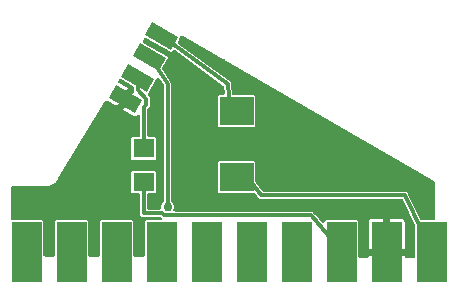
<source format=gtl>
G04 EAGLE Gerber RS-274X export*
G75*
%MOMM*%
%FSLAX34Y34*%
%LPD*%
%INTop Copper*%
%IPPOS*%
%AMOC8*
5,1,8,0,0,1.08239X$1,22.5*%
G01*
%ADD10R,2.540000X5.080000*%
%ADD11R,1.270000X2.540000*%
%ADD12R,1.803000X1.600000*%
%ADD13R,2.900000X2.400000*%
%ADD14C,0.299719*%
%ADD15C,0.756400*%

G36*
X352610Y10031D02*
X352610Y10031D01*
X352649Y10028D01*
X352781Y10050D01*
X352914Y10065D01*
X352951Y10078D01*
X352990Y10084D01*
X353113Y10136D01*
X353239Y10181D01*
X353273Y10202D01*
X353309Y10217D01*
X353417Y10295D01*
X353530Y10368D01*
X353557Y10397D01*
X353589Y10420D01*
X353676Y10521D01*
X353769Y10617D01*
X353790Y10651D01*
X353815Y10681D01*
X353877Y10799D01*
X353945Y10914D01*
X353957Y10952D01*
X353976Y10987D01*
X354009Y11116D01*
X354049Y11244D01*
X354052Y11284D01*
X354062Y11322D01*
X354075Y11524D01*
X354075Y37871D01*
X354069Y37927D01*
X354071Y37984D01*
X354049Y38098D01*
X354035Y38214D01*
X354016Y38267D01*
X354005Y38323D01*
X353931Y38512D01*
X343933Y59620D01*
X343905Y59663D01*
X343886Y59710D01*
X343814Y59809D01*
X343750Y59913D01*
X343713Y59949D01*
X343683Y59991D01*
X343591Y60070D01*
X343504Y60157D01*
X343461Y60183D01*
X343422Y60217D01*
X343314Y60273D01*
X343210Y60337D01*
X343161Y60353D01*
X343116Y60377D01*
X342998Y60407D01*
X342882Y60446D01*
X342831Y60450D01*
X342781Y60463D01*
X342579Y60477D01*
X225027Y60477D01*
X224993Y60473D01*
X224959Y60475D01*
X224822Y60453D01*
X224684Y60437D01*
X224652Y60425D01*
X224618Y60420D01*
X224489Y60367D01*
X224372Y60324D01*
X223410Y60462D01*
X223406Y60462D01*
X223401Y60463D01*
X223199Y60477D01*
X222220Y60477D01*
X222177Y60511D01*
X222146Y60526D01*
X222118Y60546D01*
X221990Y60599D01*
X221877Y60652D01*
X221294Y61429D01*
X221291Y61432D01*
X221288Y61437D01*
X221155Y61589D01*
X220463Y62281D01*
X220457Y62336D01*
X220445Y62368D01*
X220440Y62402D01*
X220387Y62530D01*
X220339Y62661D01*
X220321Y62690D01*
X220308Y62722D01*
X220197Y62892D01*
X218619Y64996D01*
X218568Y65050D01*
X218525Y65109D01*
X218450Y65174D01*
X218381Y65247D01*
X218319Y65287D01*
X218264Y65335D01*
X218175Y65382D01*
X218092Y65436D01*
X218023Y65461D01*
X217958Y65496D01*
X217861Y65520D01*
X217767Y65555D01*
X217694Y65563D01*
X217623Y65582D01*
X217429Y65595D01*
X217424Y65595D01*
X217423Y65595D01*
X217420Y65595D01*
X188068Y65595D01*
X187175Y66488D01*
X187175Y91752D01*
X188068Y92645D01*
X218332Y92645D01*
X219225Y91752D01*
X219225Y74765D01*
X219229Y74731D01*
X219226Y74697D01*
X219249Y74560D01*
X219265Y74422D01*
X219276Y74390D01*
X219282Y74356D01*
X219335Y74228D01*
X219382Y74097D01*
X219401Y74068D01*
X219414Y74037D01*
X219524Y73866D01*
X224582Y67122D01*
X224633Y67069D01*
X224676Y67009D01*
X224751Y66944D01*
X224820Y66872D01*
X224882Y66831D01*
X224937Y66783D01*
X225026Y66737D01*
X225109Y66682D01*
X225178Y66657D01*
X225243Y66623D01*
X225340Y66598D01*
X225434Y66564D01*
X225507Y66555D01*
X225578Y66537D01*
X225772Y66524D01*
X225777Y66523D01*
X225778Y66523D01*
X225781Y66523D01*
X344423Y66523D01*
X344480Y66530D01*
X344536Y66528D01*
X344651Y66550D01*
X344767Y66563D01*
X344820Y66583D01*
X344876Y66593D01*
X345065Y66668D01*
X345278Y66768D01*
X345719Y66611D01*
X345871Y66576D01*
X346021Y66537D01*
X346044Y66536D01*
X346056Y66533D01*
X346084Y66533D01*
X346223Y66523D01*
X346692Y66523D01*
X346859Y66357D01*
X346903Y66322D01*
X346942Y66280D01*
X347039Y66214D01*
X347130Y66142D01*
X347181Y66118D01*
X347228Y66086D01*
X347414Y66005D01*
X347636Y65926D01*
X347837Y65502D01*
X347919Y65371D01*
X347998Y65237D01*
X348013Y65219D01*
X348020Y65209D01*
X348040Y65189D01*
X348132Y65084D01*
X348463Y64752D01*
X348463Y64517D01*
X348470Y64460D01*
X348468Y64404D01*
X348490Y64289D01*
X348503Y64173D01*
X348523Y64120D01*
X348533Y64064D01*
X348608Y63875D01*
X358486Y43021D01*
X358513Y42978D01*
X358532Y42931D01*
X358604Y42832D01*
X358669Y42728D01*
X358705Y42692D01*
X358735Y42651D01*
X358827Y42571D01*
X358914Y42485D01*
X358958Y42458D01*
X358996Y42425D01*
X359104Y42368D01*
X359209Y42304D01*
X359257Y42288D01*
X359302Y42264D01*
X359421Y42234D01*
X359537Y42196D01*
X359588Y42191D01*
X359637Y42178D01*
X359839Y42165D01*
X369721Y42165D01*
X369765Y42170D01*
X369809Y42167D01*
X369936Y42190D01*
X370065Y42205D01*
X370106Y42220D01*
X370149Y42227D01*
X370268Y42278D01*
X370390Y42322D01*
X370426Y42346D01*
X370467Y42363D01*
X370571Y42440D01*
X370679Y42511D01*
X370709Y42543D01*
X370745Y42569D01*
X370828Y42667D01*
X370918Y42761D01*
X370940Y42799D01*
X370968Y42832D01*
X371027Y42947D01*
X371092Y43059D01*
X371105Y43101D01*
X371125Y43140D01*
X371156Y43266D01*
X371194Y43389D01*
X371197Y43433D01*
X371208Y43476D01*
X371219Y43678D01*
X370894Y74257D01*
X370875Y74410D01*
X370859Y74563D01*
X370853Y74581D01*
X370851Y74599D01*
X370797Y74744D01*
X370746Y74890D01*
X370736Y74906D01*
X370730Y74923D01*
X370645Y75051D01*
X370562Y75182D01*
X370548Y75195D01*
X370538Y75211D01*
X370425Y75316D01*
X370315Y75424D01*
X370295Y75437D01*
X370285Y75446D01*
X370261Y75461D01*
X370147Y75537D01*
X157792Y198421D01*
X157695Y198463D01*
X157603Y198513D01*
X157537Y198531D01*
X157475Y198558D01*
X157371Y198577D01*
X157269Y198605D01*
X157202Y198607D01*
X157134Y198620D01*
X157029Y198614D01*
X156924Y198618D01*
X156857Y198605D01*
X156789Y198601D01*
X156688Y198571D01*
X156585Y198551D01*
X156523Y198523D01*
X156458Y198504D01*
X156366Y198452D01*
X156270Y198409D01*
X156216Y198367D01*
X156157Y198333D01*
X156080Y198262D01*
X155996Y198198D01*
X155953Y198145D01*
X155904Y198099D01*
X155845Y198011D01*
X155778Y197930D01*
X155749Y197868D01*
X155711Y197812D01*
X155673Y197714D01*
X155627Y197619D01*
X155613Y197552D01*
X155589Y197489D01*
X155575Y197384D01*
X155552Y197282D01*
X155553Y197213D01*
X155544Y197146D01*
X155547Y197118D01*
X153462Y193507D01*
X153430Y193433D01*
X153391Y193367D01*
X153377Y193322D01*
X153352Y193271D01*
X153342Y193230D01*
X153325Y193190D01*
X153309Y193099D01*
X153289Y193036D01*
X153287Y192998D01*
X153272Y192935D01*
X153272Y192892D01*
X153264Y192850D01*
X153270Y192747D01*
X153266Y192692D01*
X153271Y192661D01*
X153271Y192590D01*
X153281Y192548D01*
X153283Y192505D01*
X153315Y192397D01*
X153322Y192351D01*
X153332Y192328D01*
X153349Y192253D01*
X153368Y192214D01*
X153380Y192173D01*
X153440Y192069D01*
X153455Y192032D01*
X153467Y192016D01*
X153502Y191943D01*
X153530Y191910D01*
X153551Y191873D01*
X153637Y191781D01*
X153658Y191752D01*
X153669Y191741D01*
X153723Y191677D01*
X153768Y191639D01*
X153786Y191619D01*
X153813Y191602D01*
X153878Y191547D01*
X195989Y160921D01*
X196067Y160877D01*
X196139Y160825D01*
X196217Y160793D01*
X196290Y160751D01*
X196376Y160726D01*
X196451Y160695D01*
X197403Y159897D01*
X197428Y159880D01*
X197484Y159833D01*
X198471Y159116D01*
X198578Y157900D01*
X198584Y157870D01*
X198591Y157798D01*
X198786Y156563D01*
X198778Y156519D01*
X198755Y156438D01*
X198750Y156349D01*
X198736Y156261D01*
X198739Y156120D01*
X198737Y156093D01*
X198740Y156081D01*
X198740Y156059D01*
X199316Y149511D01*
X199345Y149371D01*
X199368Y149230D01*
X199380Y149202D01*
X199386Y149173D01*
X199446Y149043D01*
X199501Y148911D01*
X199519Y148887D01*
X199531Y148859D01*
X199620Y148747D01*
X199703Y148631D01*
X199726Y148611D01*
X199745Y148588D01*
X199856Y148498D01*
X199965Y148405D01*
X199991Y148391D01*
X200015Y148372D01*
X200144Y148311D01*
X200271Y148244D01*
X200300Y148237D01*
X200327Y148224D01*
X200467Y148194D01*
X200606Y148158D01*
X200645Y148156D01*
X200665Y148152D01*
X200698Y148152D01*
X200808Y148145D01*
X218332Y148145D01*
X219225Y147252D01*
X219225Y121988D01*
X218332Y121095D01*
X188068Y121095D01*
X187175Y121988D01*
X187175Y147252D01*
X188068Y148145D01*
X191731Y148145D01*
X191832Y148156D01*
X191933Y148158D01*
X192003Y148176D01*
X192074Y148185D01*
X192169Y148219D01*
X192268Y148244D01*
X192332Y148278D01*
X192399Y148302D01*
X192484Y148358D01*
X192574Y148405D01*
X192628Y148452D01*
X192688Y148491D01*
X192759Y148565D01*
X192835Y148631D01*
X192877Y148689D01*
X192927Y148741D01*
X192978Y148829D01*
X193038Y148911D01*
X193065Y148977D01*
X193102Y149039D01*
X193132Y149136D01*
X193171Y149230D01*
X193182Y149301D01*
X193203Y149369D01*
X193210Y149471D01*
X193227Y149571D01*
X193225Y149682D01*
X193227Y149714D01*
X193224Y149734D01*
X193223Y149774D01*
X192749Y155165D01*
X192745Y155184D01*
X192745Y155202D01*
X192710Y155352D01*
X192679Y155504D01*
X192671Y155521D01*
X192667Y155539D01*
X192598Y155677D01*
X192533Y155817D01*
X192522Y155832D01*
X192513Y155849D01*
X192415Y155967D01*
X192320Y156089D01*
X192305Y156101D01*
X192293Y156115D01*
X192138Y156245D01*
X151094Y186095D01*
X150994Y186152D01*
X150899Y186215D01*
X150844Y186236D01*
X150793Y186265D01*
X150682Y186297D01*
X150576Y186337D01*
X150517Y186345D01*
X150461Y186361D01*
X150346Y186367D01*
X150233Y186382D01*
X150174Y186376D01*
X150116Y186379D01*
X150003Y186358D01*
X149889Y186346D01*
X149834Y186327D01*
X149776Y186316D01*
X149671Y186271D01*
X149562Y186233D01*
X149513Y186202D01*
X149459Y186178D01*
X149367Y186109D01*
X149271Y186048D01*
X149229Y186006D01*
X149183Y185971D01*
X149109Y185883D01*
X149029Y185801D01*
X148981Y185730D01*
X148961Y185706D01*
X148949Y185682D01*
X148916Y185633D01*
X148528Y184961D01*
X147308Y184635D01*
X126744Y196507D01*
X126731Y196513D01*
X126718Y196522D01*
X126572Y196581D01*
X126427Y196644D01*
X126412Y196647D01*
X126398Y196652D01*
X126242Y196677D01*
X126087Y196705D01*
X126072Y196704D01*
X126057Y196706D01*
X125899Y196695D01*
X125742Y196686D01*
X125727Y196682D01*
X125712Y196681D01*
X125561Y196633D01*
X125410Y196589D01*
X125397Y196581D01*
X125383Y196577D01*
X125247Y196496D01*
X125110Y196418D01*
X125099Y196407D01*
X125086Y196400D01*
X124973Y196290D01*
X124857Y196183D01*
X124848Y196170D01*
X124837Y196160D01*
X124720Y195994D01*
X123812Y194518D01*
X123788Y194466D01*
X123756Y194419D01*
X123715Y194310D01*
X123666Y194204D01*
X123654Y194149D01*
X123634Y194096D01*
X123619Y193980D01*
X123596Y193866D01*
X123597Y193809D01*
X123590Y193753D01*
X123602Y193637D01*
X123605Y193521D01*
X123619Y193466D01*
X123625Y193409D01*
X123663Y193299D01*
X123693Y193186D01*
X123720Y193136D01*
X123738Y193083D01*
X123801Y192984D01*
X123856Y192881D01*
X123893Y192839D01*
X123923Y192791D01*
X124007Y192709D01*
X124084Y192622D01*
X124130Y192589D01*
X124170Y192549D01*
X124339Y192436D01*
X145023Y180494D01*
X145350Y179274D01*
X140494Y170863D01*
X140479Y170828D01*
X140457Y170796D01*
X140410Y170670D01*
X140357Y170546D01*
X140350Y170508D01*
X140336Y170472D01*
X140320Y170338D01*
X140296Y170206D01*
X140298Y170167D01*
X140293Y170129D01*
X140307Y169995D01*
X140315Y169861D01*
X140326Y169824D01*
X140330Y169786D01*
X140374Y169658D01*
X140412Y169529D01*
X140431Y169496D01*
X140444Y169459D01*
X140545Y169283D01*
X147047Y159530D01*
X147077Y159494D01*
X147101Y159454D01*
X147234Y159301D01*
X147819Y158717D01*
X147822Y158686D01*
X147840Y158520D01*
X147842Y158513D01*
X147843Y158506D01*
X147900Y158350D01*
X147954Y158194D01*
X147959Y158186D01*
X147961Y158181D01*
X147970Y158167D01*
X147993Y158127D01*
X147832Y157326D01*
X147829Y157280D01*
X147817Y157235D01*
X147803Y157032D01*
X147803Y58442D01*
X147819Y58303D01*
X147830Y58163D01*
X147839Y58131D01*
X147843Y58099D01*
X147891Y57967D01*
X147933Y57833D01*
X147949Y57805D01*
X147961Y57774D01*
X148037Y57656D01*
X148109Y57536D01*
X148138Y57502D01*
X148150Y57484D01*
X148173Y57461D01*
X148242Y57383D01*
X149279Y56346D01*
X150087Y54396D01*
X150087Y52284D01*
X149816Y51630D01*
X149773Y51480D01*
X149727Y51330D01*
X149726Y51313D01*
X149721Y51297D01*
X149714Y51141D01*
X149703Y50985D01*
X149706Y50969D01*
X149705Y50952D01*
X149734Y50799D01*
X149759Y50644D01*
X149766Y50629D01*
X149769Y50612D01*
X149832Y50469D01*
X149892Y50325D01*
X149902Y50312D01*
X149909Y50296D01*
X150003Y50172D01*
X150095Y50045D01*
X150107Y50034D01*
X150117Y50021D01*
X150238Y49921D01*
X150356Y49819D01*
X150371Y49811D01*
X150383Y49800D01*
X150523Y49731D01*
X150662Y49658D01*
X150678Y49654D01*
X150693Y49647D01*
X150846Y49611D01*
X150997Y49572D01*
X151018Y49571D01*
X151030Y49568D01*
X151056Y49568D01*
X151199Y49559D01*
X267137Y49559D01*
X267680Y49015D01*
X267737Y48970D01*
X267788Y48918D01*
X267872Y48863D01*
X267951Y48801D01*
X268017Y48770D01*
X268078Y48731D01*
X268147Y48706D01*
X268891Y47813D01*
X268915Y47790D01*
X268983Y47713D01*
X269798Y46897D01*
X269803Y46874D01*
X269846Y46783D01*
X269881Y46689D01*
X269920Y46628D01*
X269951Y46562D01*
X270069Y46401D01*
X270070Y46399D01*
X270070Y46398D01*
X275227Y40210D01*
X275361Y40083D01*
X275476Y39973D01*
X275477Y39973D01*
X275477Y39972D01*
X275629Y39884D01*
X275774Y39798D01*
X275775Y39798D01*
X275937Y39748D01*
X276104Y39697D01*
X276105Y39697D01*
X276106Y39696D01*
X276284Y39684D01*
X276449Y39673D01*
X276450Y39673D01*
X276451Y39673D01*
X276634Y39704D01*
X276790Y39729D01*
X276791Y39730D01*
X276792Y39730D01*
X276954Y39798D01*
X277109Y39862D01*
X277110Y39863D01*
X277257Y39970D01*
X277389Y40065D01*
X277390Y40065D01*
X277390Y40066D01*
X277510Y40204D01*
X277615Y40326D01*
X277616Y40327D01*
X277692Y40472D01*
X277776Y40632D01*
X277776Y40633D01*
X277776Y40634D01*
X277817Y40794D01*
X277862Y40967D01*
X277862Y40968D01*
X277862Y40971D01*
X277875Y41169D01*
X277875Y41272D01*
X278768Y42165D01*
X305432Y42165D01*
X306325Y41272D01*
X306325Y11735D01*
X306328Y11702D01*
X306326Y11670D01*
X306348Y11531D01*
X306365Y11391D01*
X306376Y11361D01*
X306381Y11329D01*
X306434Y11199D01*
X306482Y11066D01*
X306500Y11039D01*
X306512Y11009D01*
X306594Y10895D01*
X306671Y10777D01*
X306694Y10755D01*
X306713Y10728D01*
X306819Y10636D01*
X306921Y10539D01*
X306949Y10522D01*
X306973Y10501D01*
X307098Y10435D01*
X307219Y10364D01*
X307250Y10354D01*
X307279Y10339D01*
X307415Y10303D01*
X307549Y10262D01*
X307582Y10260D01*
X307613Y10252D01*
X307816Y10237D01*
X313454Y10210D01*
X313494Y10215D01*
X313533Y10212D01*
X313665Y10234D01*
X313798Y10249D01*
X313835Y10262D01*
X313874Y10268D01*
X313997Y10320D01*
X314123Y10365D01*
X314157Y10386D01*
X314193Y10401D01*
X314301Y10479D01*
X314414Y10552D01*
X314441Y10581D01*
X314473Y10604D01*
X314560Y10705D01*
X314653Y10801D01*
X314674Y10835D01*
X314699Y10865D01*
X314761Y10983D01*
X314829Y11098D01*
X314841Y11136D01*
X314860Y11171D01*
X314893Y11300D01*
X314933Y11428D01*
X314936Y11468D01*
X314946Y11506D01*
X314959Y11708D01*
X314959Y12244D01*
X328701Y12244D01*
X328737Y12248D01*
X328773Y12245D01*
X328908Y12268D01*
X329045Y12283D01*
X329078Y12296D01*
X329114Y12302D01*
X329240Y12354D01*
X329370Y12401D01*
X329400Y12421D01*
X329433Y12434D01*
X329544Y12515D01*
X329659Y12590D01*
X329684Y12616D01*
X329713Y12637D01*
X329803Y12740D01*
X329897Y12840D01*
X329916Y12871D01*
X329939Y12898D01*
X330003Y13020D01*
X330072Y13138D01*
X330083Y13173D01*
X330100Y13204D01*
X330134Y13337D01*
X330174Y13468D01*
X330176Y13504D01*
X330185Y13539D01*
X330199Y13741D01*
X330199Y15241D01*
X330201Y15241D01*
X330201Y13741D01*
X330205Y13706D01*
X330203Y13670D01*
X330225Y13534D01*
X330241Y13398D01*
X330253Y13364D01*
X330259Y13329D01*
X330312Y13202D01*
X330358Y13073D01*
X330378Y13043D01*
X330392Y13010D01*
X330472Y12899D01*
X330547Y12784D01*
X330573Y12759D01*
X330594Y12730D01*
X330698Y12640D01*
X330797Y12545D01*
X330828Y12527D01*
X330855Y12504D01*
X330977Y12440D01*
X331095Y12371D01*
X331130Y12360D01*
X331162Y12343D01*
X331294Y12309D01*
X331426Y12269D01*
X331461Y12266D01*
X331496Y12257D01*
X331699Y12244D01*
X345441Y12244D01*
X345441Y11551D01*
X345444Y11518D01*
X345442Y11486D01*
X345464Y11347D01*
X345481Y11207D01*
X345492Y11177D01*
X345497Y11145D01*
X345550Y11015D01*
X345598Y10882D01*
X345616Y10855D01*
X345628Y10825D01*
X345710Y10711D01*
X345787Y10593D01*
X345810Y10571D01*
X345829Y10544D01*
X345935Y10452D01*
X346037Y10355D01*
X346065Y10338D01*
X346089Y10317D01*
X346214Y10251D01*
X346335Y10180D01*
X346366Y10170D01*
X346395Y10155D01*
X346531Y10119D01*
X346665Y10078D01*
X346698Y10076D01*
X346729Y10068D01*
X346932Y10053D01*
X352570Y10026D01*
X352610Y10031D01*
G37*
G36*
X124010Y11106D02*
X124010Y11106D01*
X124049Y11103D01*
X124181Y11125D01*
X124314Y11140D01*
X124351Y11153D01*
X124390Y11160D01*
X124513Y11211D01*
X124639Y11256D01*
X124673Y11277D01*
X124709Y11293D01*
X124817Y11371D01*
X124930Y11443D01*
X124957Y11472D01*
X124989Y11495D01*
X125077Y11596D01*
X125169Y11692D01*
X125189Y11726D01*
X125215Y11756D01*
X125277Y11875D01*
X125346Y11990D01*
X125357Y12028D01*
X125376Y12062D01*
X125409Y12192D01*
X125449Y12319D01*
X125452Y12359D01*
X125462Y12397D01*
X125475Y12600D01*
X125475Y41272D01*
X126368Y42165D01*
X138440Y42165D01*
X138544Y42177D01*
X138649Y42179D01*
X138715Y42197D01*
X138784Y42205D01*
X138882Y42240D01*
X138983Y42267D01*
X139044Y42299D01*
X139109Y42322D01*
X139196Y42379D01*
X139289Y42428D01*
X139341Y42473D01*
X139398Y42511D01*
X139470Y42587D01*
X139549Y42656D01*
X139589Y42711D01*
X139637Y42761D01*
X139690Y42851D01*
X139750Y42936D01*
X139777Y43000D01*
X139811Y43059D01*
X139842Y43159D01*
X139882Y43256D01*
X139893Y43324D01*
X139913Y43389D01*
X139920Y43494D01*
X139937Y43597D01*
X139932Y43666D01*
X139936Y43734D01*
X139919Y43838D01*
X139912Y43942D01*
X139891Y44008D01*
X139880Y44075D01*
X139840Y44172D01*
X139809Y44272D01*
X139774Y44331D01*
X139747Y44394D01*
X139686Y44479D01*
X139633Y44569D01*
X139564Y44648D01*
X139545Y44674D01*
X139528Y44688D01*
X139499Y44722D01*
X139423Y44798D01*
X139313Y44885D01*
X139207Y44977D01*
X139178Y44992D01*
X139152Y45013D01*
X139025Y45072D01*
X138901Y45137D01*
X138869Y45145D01*
X138839Y45159D01*
X138702Y45188D01*
X138566Y45223D01*
X138522Y45226D01*
X138501Y45230D01*
X138468Y45230D01*
X138364Y45237D01*
X123208Y45237D01*
X121437Y47008D01*
X121437Y63657D01*
X121433Y63693D01*
X121435Y63729D01*
X121413Y63864D01*
X121397Y64001D01*
X121385Y64035D01*
X121379Y64070D01*
X121326Y64197D01*
X121279Y64326D01*
X121260Y64356D01*
X121246Y64389D01*
X121166Y64500D01*
X121090Y64615D01*
X121064Y64640D01*
X121043Y64669D01*
X120940Y64759D01*
X120840Y64854D01*
X120809Y64872D01*
X120782Y64895D01*
X120661Y64959D01*
X120542Y65028D01*
X120508Y65039D01*
X120476Y65056D01*
X120343Y65090D01*
X120212Y65130D01*
X120176Y65133D01*
X120141Y65142D01*
X119939Y65155D01*
X114813Y65155D01*
X113920Y66048D01*
X113920Y83312D01*
X114813Y84205D01*
X134107Y84205D01*
X135000Y83312D01*
X135000Y66048D01*
X134107Y65155D01*
X128981Y65155D01*
X128945Y65151D01*
X128910Y65154D01*
X128774Y65131D01*
X128638Y65115D01*
X128604Y65103D01*
X128569Y65097D01*
X128442Y65045D01*
X128313Y64998D01*
X128283Y64978D01*
X128250Y64964D01*
X128138Y64884D01*
X128023Y64809D01*
X127999Y64783D01*
X127969Y64762D01*
X127880Y64658D01*
X127785Y64559D01*
X127767Y64528D01*
X127743Y64501D01*
X127680Y64379D01*
X127610Y64261D01*
X127600Y64226D01*
X127583Y64195D01*
X127549Y64062D01*
X127508Y63931D01*
X127506Y63895D01*
X127497Y63860D01*
X127483Y63657D01*
X127483Y52781D01*
X127487Y52745D01*
X127485Y52710D01*
X127507Y52574D01*
X127523Y52438D01*
X127535Y52404D01*
X127541Y52369D01*
X127594Y52242D01*
X127641Y52113D01*
X127660Y52083D01*
X127674Y52050D01*
X127754Y51938D01*
X127830Y51823D01*
X127856Y51799D01*
X127877Y51769D01*
X127980Y51680D01*
X128080Y51585D01*
X128111Y51567D01*
X128138Y51543D01*
X128259Y51480D01*
X128378Y51410D01*
X128412Y51400D01*
X128444Y51383D01*
X128577Y51349D01*
X128708Y51308D01*
X128744Y51306D01*
X128779Y51297D01*
X128981Y51283D01*
X137975Y51283D01*
X138011Y51287D01*
X138047Y51285D01*
X138182Y51307D01*
X138319Y51323D01*
X138353Y51335D01*
X138388Y51341D01*
X138515Y51394D01*
X138644Y51441D01*
X138674Y51460D01*
X138707Y51474D01*
X138818Y51554D01*
X138933Y51630D01*
X138958Y51656D01*
X138987Y51677D01*
X139077Y51780D01*
X139172Y51880D01*
X139190Y51911D01*
X139213Y51938D01*
X139277Y52059D01*
X139346Y52178D01*
X139357Y52212D01*
X139374Y52244D01*
X139408Y52377D01*
X139448Y52508D01*
X139451Y52544D01*
X139460Y52579D01*
X139473Y52781D01*
X139473Y54396D01*
X140281Y56346D01*
X141318Y57383D01*
X141405Y57493D01*
X141497Y57599D01*
X141512Y57628D01*
X141533Y57654D01*
X141592Y57781D01*
X141657Y57905D01*
X141665Y57937D01*
X141679Y57967D01*
X141708Y58104D01*
X141743Y58240D01*
X141746Y58283D01*
X141750Y58305D01*
X141750Y58338D01*
X141757Y58442D01*
X141757Y156111D01*
X141738Y156274D01*
X141720Y156440D01*
X141718Y156447D01*
X141717Y156454D01*
X141661Y156609D01*
X141606Y156766D01*
X141601Y156774D01*
X141599Y156779D01*
X141591Y156793D01*
X141505Y156942D01*
X138034Y162149D01*
X137968Y162227D01*
X137909Y162311D01*
X137856Y162358D01*
X137810Y162413D01*
X137728Y162473D01*
X137652Y162541D01*
X137589Y162576D01*
X137532Y162618D01*
X137438Y162658D01*
X137349Y162707D01*
X137280Y162726D01*
X137214Y162754D01*
X137114Y162771D01*
X137015Y162799D01*
X136944Y162801D01*
X136874Y162813D01*
X136772Y162808D01*
X136670Y162811D01*
X136600Y162798D01*
X136529Y162794D01*
X136431Y162764D01*
X136331Y162745D01*
X136266Y162715D01*
X136198Y162695D01*
X136109Y162644D01*
X136016Y162602D01*
X135960Y162559D01*
X135898Y162523D01*
X135823Y162454D01*
X135742Y162391D01*
X135697Y162336D01*
X135645Y162287D01*
X135594Y162210D01*
X135593Y162209D01*
X135589Y162202D01*
X135524Y162123D01*
X135493Y162059D01*
X135454Y162000D01*
X135424Y161921D01*
X135419Y161912D01*
X135414Y161896D01*
X135373Y161812D01*
X128262Y149494D01*
X128256Y149482D01*
X128249Y149471D01*
X128188Y149323D01*
X128124Y149177D01*
X128122Y149164D01*
X128117Y149152D01*
X128092Y148993D01*
X128064Y148837D01*
X128064Y148824D01*
X128062Y148811D01*
X128074Y148650D01*
X128083Y148491D01*
X128086Y148479D01*
X128087Y148466D01*
X128135Y148313D01*
X128180Y148160D01*
X128186Y148149D01*
X128190Y148136D01*
X128272Y147999D01*
X128351Y147859D01*
X128360Y147850D01*
X128366Y147839D01*
X128500Y147686D01*
X129660Y146525D01*
X129660Y138661D01*
X127922Y136923D01*
X127835Y136813D01*
X127743Y136707D01*
X127728Y136678D01*
X127707Y136652D01*
X127648Y136525D01*
X127583Y136401D01*
X127575Y136369D01*
X127561Y136339D01*
X127532Y136201D01*
X127521Y136160D01*
X127508Y136118D01*
X127508Y136107D01*
X127497Y136066D01*
X127494Y136022D01*
X127490Y136001D01*
X127490Y135968D01*
X127483Y135863D01*
X127483Y114143D01*
X127487Y114107D01*
X127485Y114071D01*
X127507Y113936D01*
X127523Y113799D01*
X127535Y113765D01*
X127541Y113730D01*
X127594Y113603D01*
X127641Y113474D01*
X127660Y113444D01*
X127674Y113411D01*
X127754Y113300D01*
X127830Y113185D01*
X127856Y113160D01*
X127877Y113131D01*
X127980Y113041D01*
X128080Y112946D01*
X128111Y112928D01*
X128138Y112905D01*
X128259Y112841D01*
X128378Y112772D01*
X128412Y112761D01*
X128444Y112744D01*
X128577Y112710D01*
X128708Y112670D01*
X128744Y112667D01*
X128779Y112658D01*
X128981Y112645D01*
X134107Y112645D01*
X135000Y111752D01*
X135000Y94488D01*
X134107Y93595D01*
X114813Y93595D01*
X113920Y94488D01*
X113920Y111752D01*
X114813Y112645D01*
X119939Y112645D01*
X119975Y112649D01*
X120010Y112646D01*
X120146Y112669D01*
X120282Y112685D01*
X120316Y112697D01*
X120351Y112703D01*
X120478Y112755D01*
X120607Y112802D01*
X120637Y112822D01*
X120670Y112836D01*
X120782Y112916D01*
X120897Y112991D01*
X120921Y113017D01*
X120951Y113038D01*
X121040Y113142D01*
X121135Y113241D01*
X121153Y113272D01*
X121177Y113299D01*
X121240Y113421D01*
X121310Y113539D01*
X121320Y113574D01*
X121337Y113605D01*
X121371Y113738D01*
X121412Y113869D01*
X121414Y113905D01*
X121423Y113940D01*
X121437Y114143D01*
X121437Y130115D01*
X121425Y130218D01*
X121422Y130323D01*
X121405Y130390D01*
X121397Y130458D01*
X121361Y130556D01*
X121335Y130657D01*
X121303Y130718D01*
X121279Y130783D01*
X121222Y130870D01*
X121173Y130963D01*
X121128Y131015D01*
X121090Y131072D01*
X121015Y131145D01*
X120946Y131223D01*
X120890Y131263D01*
X120840Y131311D01*
X120750Y131364D01*
X120665Y131425D01*
X120602Y131451D01*
X120542Y131486D01*
X120442Y131516D01*
X120346Y131556D01*
X120278Y131567D01*
X120212Y131587D01*
X120108Y131594D01*
X120004Y131611D01*
X119936Y131606D01*
X119867Y131611D01*
X119764Y131594D01*
X119660Y131586D01*
X119594Y131566D01*
X119526Y131555D01*
X119430Y131514D01*
X119330Y131483D01*
X119271Y131448D01*
X119207Y131422D01*
X119122Y131360D01*
X119032Y131307D01*
X118954Y131238D01*
X118927Y131219D01*
X118913Y131203D01*
X118880Y131174D01*
X118604Y130898D01*
X118024Y130563D01*
X117378Y130390D01*
X116709Y130390D01*
X116063Y130563D01*
X107370Y135582D01*
X111066Y141984D01*
X111080Y142017D01*
X111100Y142047D01*
X111148Y142175D01*
X111203Y142301D01*
X111209Y142337D01*
X111222Y142370D01*
X111239Y142506D01*
X111263Y142641D01*
X111262Y142677D01*
X111266Y142713D01*
X111252Y142850D01*
X111245Y142986D01*
X111235Y143021D01*
X111231Y143057D01*
X111186Y143186D01*
X111147Y143318D01*
X111129Y143349D01*
X111118Y143383D01*
X111044Y143499D01*
X110976Y143618D01*
X110952Y143645D01*
X110933Y143675D01*
X110835Y143771D01*
X110741Y143872D01*
X110711Y143892D01*
X110686Y143917D01*
X110517Y144030D01*
X107922Y145529D01*
X107889Y145543D01*
X107859Y145563D01*
X107731Y145611D01*
X107605Y145666D01*
X107569Y145672D01*
X107535Y145685D01*
X107399Y145702D01*
X107264Y145726D01*
X107229Y145724D01*
X107193Y145729D01*
X107056Y145715D01*
X106919Y145708D01*
X106885Y145697D01*
X106849Y145694D01*
X106719Y145649D01*
X106588Y145610D01*
X106557Y145592D01*
X106522Y145581D01*
X106406Y145507D01*
X106287Y145439D01*
X106261Y145415D01*
X106231Y145396D01*
X106135Y145298D01*
X106034Y145204D01*
X106014Y145174D01*
X105989Y145149D01*
X105876Y144980D01*
X102180Y138579D01*
X94021Y143289D01*
X94007Y143295D01*
X93995Y143304D01*
X93849Y143364D01*
X93704Y143426D01*
X93689Y143429D01*
X93675Y143435D01*
X93518Y143459D01*
X93363Y143487D01*
X93348Y143486D01*
X93333Y143489D01*
X93175Y143477D01*
X93018Y143468D01*
X93004Y143464D01*
X92989Y143463D01*
X92838Y143415D01*
X92687Y143371D01*
X92674Y143363D01*
X92659Y143359D01*
X92524Y143278D01*
X92386Y143200D01*
X92375Y143190D01*
X92362Y143182D01*
X92249Y143072D01*
X92133Y142965D01*
X92125Y142952D01*
X92114Y142942D01*
X91996Y142776D01*
X51904Y77576D01*
X51897Y77560D01*
X51886Y77546D01*
X51796Y77365D01*
X51308Y76185D01*
X50760Y75638D01*
X50714Y75580D01*
X50661Y75528D01*
X50550Y75372D01*
X50546Y75367D01*
X50545Y75365D01*
X50544Y75363D01*
X50138Y74704D01*
X49104Y73955D01*
X49091Y73943D01*
X49076Y73934D01*
X48924Y73801D01*
X48021Y72898D01*
X47306Y72602D01*
X47241Y72566D01*
X47172Y72539D01*
X47009Y72436D01*
X47004Y72434D01*
X47003Y72433D01*
X47000Y72431D01*
X46373Y71977D01*
X45131Y71681D01*
X45115Y71675D01*
X45098Y71673D01*
X44906Y71608D01*
X43726Y71119D01*
X42952Y71119D01*
X42879Y71111D01*
X42805Y71112D01*
X42614Y71080D01*
X42609Y71079D01*
X42607Y71079D01*
X42605Y71078D01*
X41852Y70899D01*
X40591Y71100D01*
X40574Y71101D01*
X40557Y71106D01*
X40354Y71119D01*
X13931Y71119D01*
X13903Y71116D01*
X13875Y71118D01*
X13732Y71096D01*
X13588Y71079D01*
X13561Y71070D01*
X13534Y71066D01*
X13399Y71011D01*
X13263Y70962D01*
X13239Y70947D01*
X13213Y70936D01*
X13095Y70852D01*
X12973Y70773D01*
X12954Y70753D01*
X12931Y70737D01*
X12835Y70628D01*
X12735Y70523D01*
X12721Y70499D01*
X12702Y70478D01*
X12633Y70350D01*
X12560Y70225D01*
X12552Y70198D01*
X12538Y70174D01*
X12501Y70033D01*
X12458Y69895D01*
X12456Y69867D01*
X12449Y69840D01*
X12433Y69638D01*
X12154Y43679D01*
X12159Y43635D01*
X12156Y43591D01*
X12177Y43464D01*
X12191Y43335D01*
X12205Y43293D01*
X12212Y43250D01*
X12262Y43131D01*
X12305Y43009D01*
X12328Y42972D01*
X12345Y42931D01*
X12421Y42826D01*
X12490Y42717D01*
X12522Y42687D01*
X12548Y42651D01*
X12645Y42566D01*
X12738Y42476D01*
X12776Y42453D01*
X12809Y42425D01*
X12923Y42365D01*
X13034Y42298D01*
X13076Y42285D01*
X13115Y42264D01*
X13240Y42232D01*
X13363Y42193D01*
X13407Y42189D01*
X13450Y42178D01*
X13652Y42165D01*
X38732Y42165D01*
X39625Y41272D01*
X39625Y12989D01*
X39627Y12966D01*
X39626Y12950D01*
X39628Y12944D01*
X39626Y12925D01*
X39648Y12786D01*
X39665Y12646D01*
X39676Y12615D01*
X39681Y12583D01*
X39734Y12453D01*
X39782Y12321D01*
X39800Y12294D01*
X39812Y12264D01*
X39894Y12149D01*
X39971Y12032D01*
X39994Y12009D01*
X40013Y11983D01*
X40119Y11890D01*
X40221Y11793D01*
X40249Y11777D01*
X40273Y11755D01*
X40398Y11690D01*
X40519Y11618D01*
X40550Y11609D01*
X40579Y11594D01*
X40715Y11558D01*
X40849Y11517D01*
X40882Y11514D01*
X40913Y11506D01*
X41116Y11491D01*
X47770Y11460D01*
X47810Y11465D01*
X47849Y11462D01*
X47981Y11484D01*
X48114Y11498D01*
X48151Y11512D01*
X48190Y11518D01*
X48313Y11570D01*
X48439Y11614D01*
X48473Y11636D01*
X48509Y11651D01*
X48617Y11729D01*
X48730Y11802D01*
X48757Y11830D01*
X48789Y11853D01*
X48877Y11954D01*
X48969Y12051D01*
X48989Y12085D01*
X49015Y12115D01*
X49077Y12233D01*
X49146Y12348D01*
X49157Y12386D01*
X49176Y12421D01*
X49209Y12550D01*
X49249Y12678D01*
X49252Y12717D01*
X49262Y12756D01*
X49275Y12958D01*
X49275Y41272D01*
X50168Y42165D01*
X76832Y42165D01*
X77725Y41272D01*
X77725Y12810D01*
X77728Y12778D01*
X77726Y12745D01*
X77748Y12607D01*
X77765Y12467D01*
X77776Y12436D01*
X77781Y12404D01*
X77834Y12274D01*
X77882Y12142D01*
X77900Y12115D01*
X77912Y12085D01*
X77994Y11970D01*
X78071Y11852D01*
X78094Y11830D01*
X78113Y11804D01*
X78219Y11711D01*
X78321Y11614D01*
X78349Y11597D01*
X78373Y11576D01*
X78498Y11510D01*
X78619Y11439D01*
X78650Y11430D01*
X78679Y11414D01*
X78815Y11379D01*
X78949Y11337D01*
X78982Y11335D01*
X79013Y11327D01*
X79216Y11312D01*
X85870Y11281D01*
X85910Y11285D01*
X85949Y11283D01*
X86081Y11304D01*
X86214Y11319D01*
X86251Y11332D01*
X86290Y11339D01*
X86413Y11390D01*
X86539Y11435D01*
X86573Y11457D01*
X86609Y11472D01*
X86717Y11550D01*
X86830Y11623D01*
X86857Y11651D01*
X86889Y11674D01*
X86977Y11775D01*
X87069Y11872D01*
X87089Y11906D01*
X87115Y11935D01*
X87177Y12054D01*
X87246Y12169D01*
X87257Y12207D01*
X87276Y12242D01*
X87309Y12371D01*
X87349Y12499D01*
X87352Y12538D01*
X87362Y12576D01*
X87375Y12779D01*
X87375Y41272D01*
X88268Y42165D01*
X114932Y42165D01*
X115825Y41272D01*
X115825Y12631D01*
X115828Y12599D01*
X115826Y12566D01*
X115848Y12427D01*
X115865Y12288D01*
X115876Y12257D01*
X115881Y12225D01*
X115934Y12095D01*
X115982Y11963D01*
X116000Y11935D01*
X116012Y11905D01*
X116094Y11791D01*
X116171Y11673D01*
X116194Y11651D01*
X116213Y11624D01*
X116319Y11532D01*
X116421Y11435D01*
X116449Y11418D01*
X116473Y11397D01*
X116598Y11331D01*
X116719Y11260D01*
X116750Y11250D01*
X116779Y11235D01*
X116915Y11200D01*
X117049Y11158D01*
X117082Y11156D01*
X117113Y11148D01*
X117316Y11133D01*
X123970Y11102D01*
X124010Y11106D01*
G37*
%LPC*%
G36*
X333196Y18236D02*
X333196Y18236D01*
X333196Y43181D01*
X343234Y43181D01*
X343881Y43008D01*
X344460Y42673D01*
X344933Y42200D01*
X345268Y41621D01*
X345441Y40974D01*
X345441Y18236D01*
X333196Y18236D01*
G37*
%LPD*%
%LPC*%
G36*
X314959Y18236D02*
X314959Y18236D01*
X314959Y40974D01*
X315132Y41621D01*
X315467Y42200D01*
X315940Y42673D01*
X316519Y43008D01*
X317166Y43181D01*
X327204Y43181D01*
X327204Y18236D01*
X314959Y18236D01*
G37*
%LPD*%
G36*
X111384Y143845D02*
X111384Y143845D01*
X111521Y143852D01*
X111555Y143863D01*
X111591Y143866D01*
X111721Y143911D01*
X111852Y143950D01*
X111883Y143968D01*
X111917Y143979D01*
X112033Y144053D01*
X112153Y144121D01*
X112179Y144145D01*
X112209Y144164D01*
X112305Y144262D01*
X112406Y144356D01*
X112426Y144386D01*
X112451Y144411D01*
X112564Y144580D01*
X116156Y150801D01*
X116203Y150908D01*
X116257Y151013D01*
X116271Y151067D01*
X116293Y151118D01*
X116314Y151234D01*
X116343Y151347D01*
X116348Y151427D01*
X116354Y151458D01*
X116352Y151486D01*
X116357Y151550D01*
X116357Y154348D01*
X116338Y154509D01*
X116321Y154672D01*
X116318Y154681D01*
X116317Y154691D01*
X116261Y154845D01*
X116208Y154998D01*
X116203Y155007D01*
X116199Y155016D01*
X116110Y155153D01*
X116023Y155290D01*
X116016Y155297D01*
X116010Y155306D01*
X115894Y155417D01*
X115776Y155532D01*
X115765Y155539D01*
X115760Y155544D01*
X115743Y155554D01*
X115608Y155645D01*
X105284Y161606D01*
X105270Y161612D01*
X105257Y161620D01*
X105111Y161680D01*
X104966Y161743D01*
X104952Y161745D01*
X104937Y161751D01*
X104781Y161776D01*
X104626Y161803D01*
X104611Y161803D01*
X104596Y161805D01*
X104438Y161793D01*
X104281Y161785D01*
X104267Y161780D01*
X104251Y161779D01*
X104101Y161732D01*
X103950Y161687D01*
X103936Y161680D01*
X103922Y161675D01*
X103787Y161594D01*
X103649Y161516D01*
X103638Y161506D01*
X103625Y161498D01*
X103511Y161388D01*
X103396Y161281D01*
X103387Y161269D01*
X103377Y161258D01*
X103259Y161093D01*
X102883Y160482D01*
X102859Y160431D01*
X102828Y160384D01*
X102787Y160275D01*
X102737Y160169D01*
X102726Y160113D01*
X102706Y160060D01*
X102691Y159945D01*
X102667Y159830D01*
X102669Y159774D01*
X102661Y159717D01*
X102673Y159602D01*
X102676Y159485D01*
X102691Y159430D01*
X102697Y159374D01*
X102735Y159264D01*
X102765Y159151D01*
X102791Y159101D01*
X102810Y159047D01*
X102872Y158949D01*
X102927Y158846D01*
X102965Y158803D01*
X102995Y158755D01*
X103078Y158674D01*
X103155Y158586D01*
X103201Y158553D01*
X103242Y158514D01*
X103410Y158400D01*
X111070Y153978D01*
X107374Y147576D01*
X107360Y147543D01*
X107340Y147513D01*
X107292Y147385D01*
X107237Y147259D01*
X107231Y147223D01*
X107218Y147190D01*
X107201Y147054D01*
X107177Y146919D01*
X107178Y146883D01*
X107174Y146847D01*
X107188Y146710D01*
X107195Y146574D01*
X107205Y146539D01*
X107209Y146503D01*
X107254Y146374D01*
X107293Y146242D01*
X107311Y146211D01*
X107322Y146177D01*
X107396Y146061D01*
X107464Y145942D01*
X107488Y145915D01*
X107507Y145885D01*
X107605Y145789D01*
X107699Y145688D01*
X107728Y145668D01*
X107754Y145643D01*
X107923Y145530D01*
X110518Y144031D01*
X110551Y144017D01*
X110581Y143997D01*
X110709Y143949D01*
X110835Y143894D01*
X110871Y143888D01*
X110904Y143875D01*
X111041Y143858D01*
X111176Y143834D01*
X111211Y143836D01*
X111247Y143831D01*
X111384Y143845D01*
G37*
D10*
X25400Y15240D03*
X63500Y15240D03*
X101600Y15240D03*
X139700Y15240D03*
X177800Y15240D03*
X215900Y15240D03*
X254000Y15240D03*
X292100Y15240D03*
X330200Y15240D03*
X368300Y15240D03*
D11*
G36*
X143713Y179490D02*
X137363Y168491D01*
X115367Y181190D01*
X121717Y192189D01*
X143713Y179490D01*
G37*
G36*
X153873Y197270D02*
X147523Y186271D01*
X125527Y198970D01*
X131877Y209969D01*
X153873Y197270D01*
G37*
G36*
X133553Y161710D02*
X127203Y150711D01*
X105207Y163410D01*
X111557Y174409D01*
X133553Y161710D01*
G37*
G36*
X123393Y143930D02*
X117043Y132931D01*
X95047Y145630D01*
X101397Y156629D01*
X123393Y143930D01*
G37*
D12*
X124460Y103120D03*
X124460Y74680D03*
D13*
X203200Y134620D03*
X203200Y79120D03*
D14*
X195580Y157480D02*
X139700Y198120D01*
X195580Y157480D02*
X198120Y128600D01*
X198120Y74600D02*
X215900Y73660D01*
X223520Y63500D01*
X345440Y63500D02*
X368300Y15240D01*
X345440Y63500D02*
X223520Y63500D01*
X144780Y157480D02*
X129540Y180340D01*
X144780Y157480D02*
X144780Y53340D01*
D15*
X144780Y53340D03*
X53340Y55880D03*
X76200Y106680D03*
X106680Y121920D03*
X106680Y55880D03*
X182880Y55880D03*
X297180Y53340D03*
X325120Y88900D03*
X177800Y157480D03*
X190500Y175260D03*
D14*
X124460Y74680D02*
X124460Y48260D01*
X140237Y48260D01*
X141961Y46535D01*
X265885Y46535D02*
X266700Y45720D01*
X265885Y46535D02*
X141961Y46535D01*
X266700Y45720D02*
X292100Y15240D01*
X119380Y152530D02*
X119380Y162560D01*
X119380Y152530D02*
X126637Y145273D01*
X126637Y139913D01*
X124460Y137736D01*
X124460Y103120D01*
M02*

</source>
